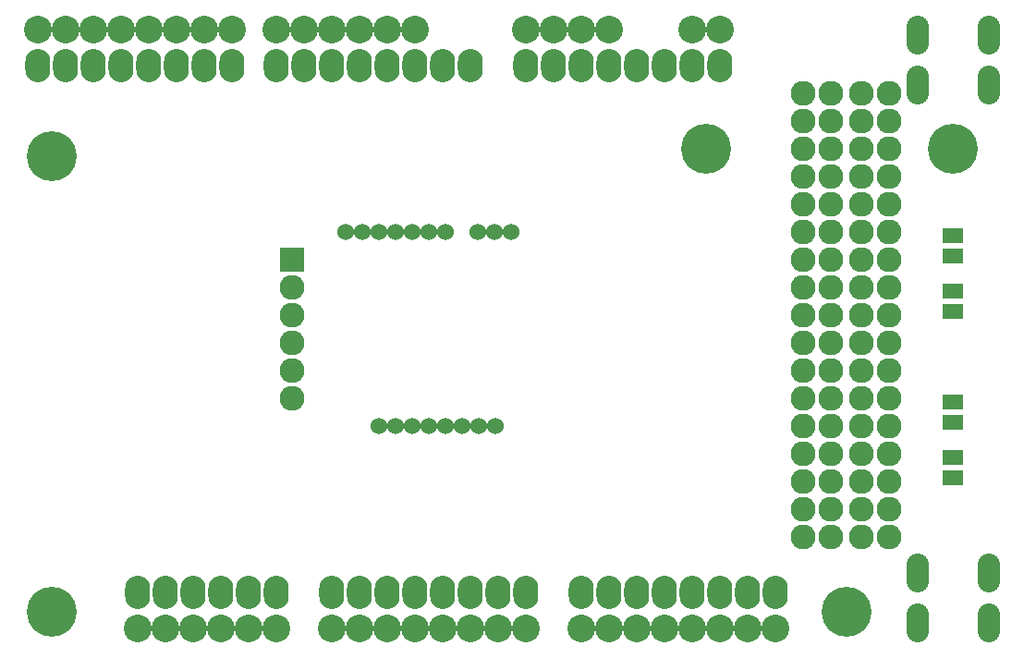
<source format=gbs>
G04 (created by PCBNEW-RS274X (2011-aug-04)-testing) date Tue 30 Aug 2011 10:21:52 AM EDT*
G01*
G70*
G90*
%MOIN*%
G04 Gerber Fmt 3.4, Leading zero omitted, Abs format*
%FSLAX34Y34*%
G04 APERTURE LIST*
%ADD10C,0.006000*%
%ADD11C,0.180000*%
%ADD12O,0.090000X0.120000*%
%ADD13C,0.090000*%
%ADD14O,0.080000X0.140000*%
%ADD15R,0.090000X0.090000*%
%ADD16C,0.100000*%
%ADD17C,0.060000*%
%ADD18R,0.075000X0.055000*%
G04 APERTURE END LIST*
G54D10*
G54D11*
X34800Y-30450D03*
G54D12*
X49900Y-27200D03*
X49900Y-46200D03*
X48900Y-46200D03*
X47900Y-46200D03*
X44900Y-46200D03*
X45900Y-46200D03*
X46900Y-46200D03*
X42900Y-46200D03*
X41900Y-46200D03*
X40900Y-46200D03*
X38900Y-46200D03*
X37900Y-46200D03*
X48900Y-27200D03*
X47900Y-27200D03*
X46900Y-27200D03*
X45900Y-27200D03*
X44900Y-27200D03*
X43900Y-27200D03*
X42900Y-27200D03*
X41300Y-27200D03*
X40300Y-27200D03*
X39300Y-27200D03*
X38300Y-27200D03*
X37300Y-27200D03*
X36300Y-27200D03*
X35300Y-27200D03*
X34300Y-27200D03*
X39900Y-46200D03*
X51900Y-27200D03*
X52900Y-27200D03*
X53900Y-27200D03*
X54900Y-27200D03*
X55900Y-27200D03*
X56900Y-27200D03*
X57900Y-27200D03*
X58900Y-27200D03*
G54D13*
X61900Y-28200D03*
X62900Y-28200D03*
X61900Y-29200D03*
X62900Y-29200D03*
X61900Y-30200D03*
X62900Y-30200D03*
X61900Y-31200D03*
X62900Y-31200D03*
X61900Y-32200D03*
X62900Y-32200D03*
X61900Y-33200D03*
X62900Y-33200D03*
X61900Y-34200D03*
X62900Y-34200D03*
X61900Y-35200D03*
X62900Y-35200D03*
X61900Y-36200D03*
X62900Y-36200D03*
X61900Y-37200D03*
X62900Y-37200D03*
X61900Y-38200D03*
X62900Y-38200D03*
X61900Y-39200D03*
X62900Y-39200D03*
X61900Y-40200D03*
X62900Y-40200D03*
X61900Y-41200D03*
X62900Y-41200D03*
X61900Y-42200D03*
X62900Y-42200D03*
X61900Y-43200D03*
X62900Y-43200D03*
X61900Y-44200D03*
X62900Y-44200D03*
G54D12*
X50900Y-46200D03*
X51900Y-46200D03*
X53900Y-46200D03*
X54900Y-46200D03*
X55900Y-46200D03*
X56900Y-46200D03*
X57900Y-46200D03*
X58900Y-46200D03*
X59900Y-46200D03*
X60900Y-46200D03*
G54D14*
X66020Y-26110D03*
X68580Y-26110D03*
X66020Y-27890D03*
X68580Y-27890D03*
X68580Y-47290D03*
X66020Y-47290D03*
X68580Y-45510D03*
X66020Y-45510D03*
G54D15*
X43450Y-34200D03*
G54D13*
X43450Y-35200D03*
X43450Y-36200D03*
X43450Y-37200D03*
X43450Y-38200D03*
X43450Y-39200D03*
X64000Y-35200D03*
X65000Y-35200D03*
X64000Y-34200D03*
X65000Y-34200D03*
X64000Y-33200D03*
X65000Y-33200D03*
X64000Y-32200D03*
X65000Y-32200D03*
X64000Y-31200D03*
X65000Y-31200D03*
X64000Y-30200D03*
X65000Y-30200D03*
X64000Y-29200D03*
G54D16*
X41300Y-25900D03*
X42900Y-25900D03*
X43900Y-25900D03*
X44900Y-25900D03*
X45900Y-25900D03*
X46900Y-25900D03*
X47900Y-25900D03*
X51900Y-25900D03*
G54D13*
X65000Y-29200D03*
X64000Y-28200D03*
X65000Y-28200D03*
G54D16*
X58900Y-25900D03*
X52900Y-25900D03*
X53900Y-25900D03*
X54900Y-25900D03*
X57900Y-25900D03*
G54D17*
X51350Y-33200D03*
X50750Y-33200D03*
X47800Y-40200D03*
X46600Y-40200D03*
X47200Y-40200D03*
X48400Y-40200D03*
X49000Y-40200D03*
X49600Y-40200D03*
X50200Y-40200D03*
X50800Y-40200D03*
X45400Y-33200D03*
X46000Y-33200D03*
X46600Y-33200D03*
X47200Y-33200D03*
X47800Y-33200D03*
X48400Y-33200D03*
X49000Y-33200D03*
X50150Y-33200D03*
G54D16*
X53900Y-47500D03*
X54900Y-47500D03*
X55900Y-47500D03*
X56900Y-47500D03*
X57900Y-47500D03*
X58900Y-47500D03*
X59900Y-47500D03*
X60900Y-47500D03*
G54D13*
X65000Y-43200D03*
X64000Y-42200D03*
X65000Y-42200D03*
X64000Y-41200D03*
X65000Y-41200D03*
X64000Y-40200D03*
X65000Y-40200D03*
X64000Y-39200D03*
X65000Y-39200D03*
X64000Y-38200D03*
X65000Y-38200D03*
X64000Y-37200D03*
X65000Y-37200D03*
X64000Y-36200D03*
X65000Y-36200D03*
G54D16*
X37300Y-25900D03*
X38300Y-25900D03*
X39300Y-25900D03*
X40300Y-25900D03*
X44900Y-47500D03*
X45900Y-47500D03*
X46900Y-47500D03*
X47900Y-47500D03*
X48900Y-47500D03*
X49900Y-47500D03*
X50900Y-47500D03*
X51900Y-47500D03*
G54D13*
X64000Y-43200D03*
X64000Y-44200D03*
X65000Y-44200D03*
G54D18*
X67300Y-39325D03*
X67300Y-40075D03*
X67300Y-33325D03*
X67300Y-34075D03*
X67300Y-42075D03*
X67300Y-41325D03*
X67300Y-36075D03*
X67300Y-35325D03*
G54D16*
X36300Y-25900D03*
X34300Y-25900D03*
X35300Y-25900D03*
X37900Y-47500D03*
X38900Y-47500D03*
X39900Y-47500D03*
X40900Y-47500D03*
X41900Y-47500D03*
X42900Y-47500D03*
G54D11*
X34800Y-46900D03*
X58400Y-30200D03*
X63450Y-46900D03*
X67300Y-30200D03*
M02*

</source>
